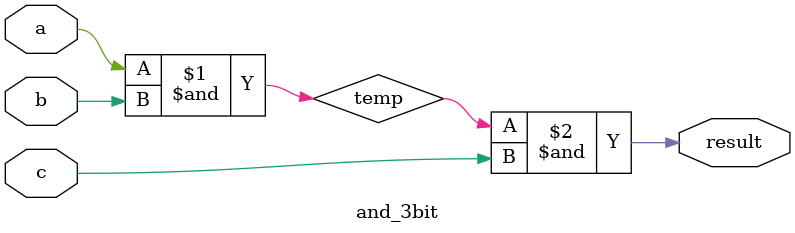
<source format=v>
module and_3bit(
output result,
input a,b,c
);

and and1 (temp,a,b);
and and2 (result,temp,c);
endmodule 
</source>
